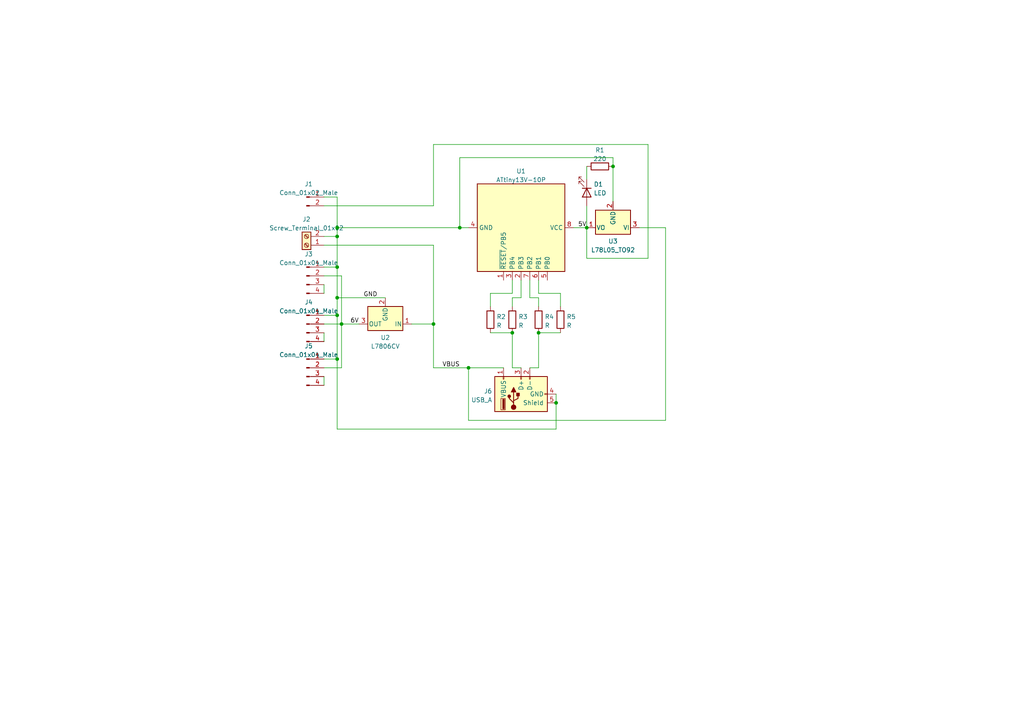
<source format=kicad_sch>
(kicad_sch (version 20211123) (generator eeschema)
  (paper "A4")
  (lib_symbols
    (symbol "Connector:Conn_01x02_Male" (pin_names (offset 1.016) hide)
      (property "Reference" "J" (at 0 2.54 0))
      (property "Value" "Conn_01x02_Male" (at 0 -5.08 0))
      (symbol "Conn_01x02_Male_1_1"
        (polyline (pts (xy 1.27 -2.54) (xy 0.8636 -2.54)) (stroke (width 0.1524)))
        (polyline (pts (xy 1.27 0) (xy 0.8636 0)) (stroke (width 0.1524)))
        (rectangle (start 0.8636 -2.413) (end 0 -2.667) (stroke (width 0.1524)) (fill (type outline)))
        (rectangle (start 0.8636 0.127) (end 0 -0.127) (stroke (width 0.1524)) (fill (type outline)))
        (pin passive line (at 5.08 0 180) (length 3.81) (name "Pin_1") (number "1"))
        (pin passive line (at 5.08 -2.54 180) (length 3.81) (name "Pin_2") (number "2"))
      )
    )
    (symbol "Connector:Conn_01x04_Male" (pin_names (offset 1.016) hide)
      (property "Reference" "J" (at 0 5.08 0))
      (property "Value" "Conn_01x04_Male" (at 0 -7.62 0))
      (symbol "Conn_01x04_Male_1_1"
        (polyline (pts (xy 1.27 -5.08) (xy 0.8636 -5.08)) (stroke (width 0.1524)))
        (polyline (pts (xy 1.27 -2.54) (xy 0.8636 -2.54)) (stroke (width 0.1524)))
        (polyline (pts (xy 1.27 0) (xy 0.8636 0)) (stroke (width 0.1524)))
        (polyline (pts (xy 1.27 2.54) (xy 0.8636 2.54)) (stroke (width 0.1524)))
        (rectangle (start 0.8636 -4.953) (end 0 -5.207) (stroke (width 0.1524)) (fill (type outline)))
        (rectangle (start 0.8636 -2.413) (end 0 -2.667) (stroke (width 0.1524)) (fill (type outline)))
        (rectangle (start 0.8636 0.127) (end 0 -0.127) (stroke (width 0.1524)) (fill (type outline)))
        (rectangle (start 0.8636 2.667) (end 0 2.413) (stroke (width 0.1524)) (fill (type outline)))
        (pin passive line (at 5.08 2.54 180) (length 3.81) (name "Pin_1") (number "1"))
        (pin passive line (at 5.08 0 180) (length 3.81) (name "Pin_2") (number "2"))
        (pin passive line (at 5.08 -2.54 180) (length 3.81) (name "Pin_3") (number "3"))
        (pin passive line (at 5.08 -5.08 180) (length 3.81) (name "Pin_4") (number "4"))
      )
    )
    (symbol "Connector:Screw_Terminal_01x02" (pin_names (offset 1.016) hide)
      (property "Reference" "J" (at 0 2.54 0))
      (property "Value" "Screw_Terminal_01x02" (at 0 -5.08 0))
      (symbol "Screw_Terminal_01x02_1_1"
        (rectangle (start -1.27 1.27) (end 1.27 -3.81) (stroke (width 0.254)) (fill (type background)))
        (circle (center 0 -2.54) (radius 0.635) (stroke (width 0.1524)))
        (polyline (pts (xy -0.5334 -2.2098) (xy 0.3302 -3.048)) (stroke (width 0.1524)))
        (polyline (pts (xy -0.5334 0.3302) (xy 0.3302 -0.508)) (stroke (width 0.1524)))
        (polyline (pts (xy -0.3556 -2.032) (xy 0.508 -2.8702)) (stroke (width 0.1524)))
        (polyline (pts (xy -0.3556 0.508) (xy 0.508 -0.3302)) (stroke (width 0.1524)))
        (circle (center 0 0) (radius 0.635) (stroke (width 0.1524)))
        (pin passive line (at -5.08 0 0) (length 3.81) (name "Pin_1") (number "1"))
        (pin passive line (at -5.08 -2.54 0) (length 3.81) (name "Pin_2") (number "2"))
      )
    )
    (symbol "Connector:USB_A" (pin_names (offset 1.016))
      (property "Reference" "J" (at -5.08 11.43 0))
      (property "Value" "USB_A" (at -5.08 8.89 0))
      (symbol "USB_A_0_1"
        (rectangle (start -5.08 -7.62) (end 5.08 7.62) (stroke (width 0.254)) (fill (type background)))
        (circle (center -3.81 2.159) (radius 0.635) (stroke (width 0.254)) (fill (type outline)))
        (rectangle (start -1.524 4.826) (end -4.318 5.334) (fill (type outline)))
        (rectangle (start -1.27 4.572) (end -4.572 5.842))
        (circle (center -0.635 3.429) (radius 0.381) (stroke (width 0.254)) (fill (type outline)))
        (rectangle (start -0.127 -7.62) (end 0.127 -6.858))
        (polyline (pts (xy -3.175 2.159) (xy -2.54 2.159) (xy -1.27 3.429) (xy -0.635 3.429)) (stroke (width 0.254)))
        (polyline (pts (xy -2.54 2.159) (xy -1.905 2.159) (xy -1.27 0.889) (xy 0 0.889)) (stroke (width 0.254)))
        (polyline (pts (xy 0.635 2.794) (xy 0.635 1.524) (xy 1.905 2.159) (xy 0.635 2.794)) (stroke (width 0.254)) (fill (type outline)))
        (rectangle (start 0.254 1.27) (end -0.508 0.508) (stroke (width 0.254)) (fill (type outline)))
        (rectangle (start 5.08 -2.667) (end 4.318 -2.413))
        (rectangle (start 5.08 -0.127) (end 4.318 0.127))
        (rectangle (start 5.08 4.953) (end 4.318 5.207))
      )
      (symbol "USB_A_1_1"
        (polyline (pts (xy -1.905 2.159) (xy 0.635 2.159)) (stroke (width 0.254)))
        (pin power_in line (at 7.62 5.08 180) (length 2.54) (name "VBUS") (number "1"))
        (pin bidirectional line (at 7.62 -2.54 180) (length 2.54) (name "D-") (number "2"))
        (pin bidirectional line (at 7.62 0 180) (length 2.54) (name "D+") (number "3"))
        (pin power_in line (at 0 -10.16 90) (length 2.54) (name "GND") (number "4"))
        (pin passive line (at -2.54 -10.16 90) (length 2.54) (name "Shield") (number "5"))
      )
    )
    (symbol "Device:LED" (pin_numbers hide) (pin_names (offset 1.016) hide)
      (property "Reference" "D" (at 0 2.54 0))
      (property "Value" "LED" (at 0 -2.54 0))
      (symbol "LED_0_1"
        (polyline (pts (xy -1.27 -1.27) (xy -1.27 1.27)) (stroke (width 0.254)))
        (polyline (pts (xy -1.27 0) (xy 1.27 0)))
        (polyline (pts (xy 1.27 -1.27) (xy 1.27 1.27) (xy -1.27 0) (xy 1.27 -1.27)) (stroke (width 0.254)))
        (polyline (pts (xy -3.048 -0.762) (xy -4.572 -2.286) (xy -3.81 -2.286) (xy -4.572 -2.286) (xy -4.572 -1.524)))
        (polyline (pts (xy -1.778 -0.762) (xy -3.302 -2.286) (xy -2.54 -2.286) (xy -3.302 -2.286) (xy -3.302 -1.524)))
      )
      (symbol "LED_1_1"
        (pin passive line (at -3.81 0 0) (length 2.54) (name "K") (number "1"))
        (pin passive line (at 3.81 0 180) (length 2.54) (name "A") (number "2"))
      )
    )
    (symbol "Device:R" (pin_numbers hide) (pin_names (offset 0))
      (property "Reference" "R" (at 2.032 0 90))
      (property "Value" "R" (at 0 0 90))
      (symbol "R_0_1"
        (rectangle (start -1.016 -2.54) (end 1.016 2.54) (stroke (width 0.254)))
      )
      (symbol "R_1_1"
        (pin passive line (at 0 3.81 270) (length 1.27) (name "~") (number "1"))
        (pin passive line (at 0 -3.81 90) (length 1.27) (name "~") (number "2"))
      )
    )
    (symbol "MCU_Microchip_ATtiny:ATtiny13V-10P"
      (property "Reference" "U" (at -12.7 13.97 0))
      (property "Value" "ATtiny13V-10P" (at 2.54 -13.97 0))
      (symbol "ATtiny13V-10P_0_1"
        (rectangle (start -12.7 -12.7) (end 12.7 12.7) (stroke (width 0.254)) (fill (type background)))
      )
      (symbol "ATtiny13V-10P_1_1"
        (pin bidirectional line (at 15.24 -5.08 180) (length 2.54) (name "~{RESET}/PB5") (number "1"))
        (pin bidirectional line (at 15.24 0 180) (length 2.54) (name "PB3") (number "2"))
        (pin bidirectional line (at 15.24 -2.54 180) (length 2.54) (name "PB4") (number "3"))
        (pin power_in line (at 0 -15.24 90) (length 2.54) (name "GND") (number "4"))
        (pin bidirectional line (at 15.24 7.62 180) (length 2.54) (name "PB0") (number "5"))
        (pin bidirectional line (at 15.24 5.08 180) (length 2.54) (name "PB1") (number "6"))
        (pin bidirectional line (at 15.24 2.54 180) (length 2.54) (name "PB2") (number "7"))
        (pin power_in line (at 0 15.24 270) (length 2.54) (name "VCC") (number "8"))
      )
    )
    (symbol "Regulator_Linear:L7806" (pin_names (offset 0.254))
      (property "Reference" "U" (at -3.81 3.175 0))
      (property "Value" "L7806" (at 0 3.175 0))
      (symbol "L7806_0_1"
        (rectangle (start -5.08 1.905) (end 5.08 -5.08) (stroke (width 0.254)) (fill (type background)))
      )
      (symbol "L7806_1_1"
        (pin power_in line (at -7.62 0 0) (length 2.54) (name "IN") (number "1"))
        (pin power_in line (at 0 -7.62 90) (length 2.54) (name "GND") (number "2"))
        (pin power_out line (at 7.62 0 180) (length 2.54) (name "OUT") (number "3"))
      )
    )
    (symbol "Regulator_Linear:L78L05_TO92" (pin_names (offset 0.254))
      (property "Reference" "U" (at -3.81 3.175 0))
      (property "Value" "L78L05_TO92" (at 0 3.175 0))
      (symbol "L78L05_TO92_0_1"
        (rectangle (start -5.08 -5.08) (end 5.08 1.905) (stroke (width 0.254)) (fill (type background)))
      )
      (symbol "L78L05_TO92_1_1"
        (pin power_out line (at 7.62 0 180) (length 2.54) (name "VO") (number "1"))
        (pin power_in line (at 0 -7.62 90) (length 2.54) (name "GND") (number "2"))
        (pin power_in line (at -7.62 0 0) (length 2.54) (name "VI") (number "3"))
      )
    )
  )
  (junction (at 97.79 66.04))
  (junction (at 99.06 93.98))
  (junction (at 97.79 86.36))
  (junction (at 135.89 106.68))
  (junction (at 148.59 96.52))
  (junction (at 133.35 66.04))
  (junction (at 170.18 66.04))
  (junction (at 97.79 68.58))
  (junction (at 161.29 116.84))
  (junction (at 97.79 91.44))
  (junction (at 177.8 48.26))
  (junction (at 125.73 93.98))
  (junction (at 97.79 77.47))
  (junction (at 97.79 104.14))
  (junction (at 156.21 96.52))
  (wire (pts (xy 97.79 124.46) (xy 161.29 124.46)))
  (wire (pts (xy 146.05 106.68) (xy 135.89 106.68)))
  (wire (pts (xy 156.21 86.36) (xy 156.21 88.9)))
  (wire (pts (xy 193.04 66.04) (xy 185.42 66.04)))
  (wire (pts (xy 99.06 80.01) (xy 99.06 93.98)))
  (wire (pts (xy 99.06 93.98) (xy 93.98 93.98)))
  (wire (pts (xy 187.96 41.91) (xy 125.73 41.91)))
  (wire (pts (xy 156.21 81.28) (xy 156.21 85.09)))
  (wire (pts (xy 151.13 106.68) (xy 148.59 106.68)))
  (wire (pts (xy 148.59 106.68) (xy 148.59 96.52)))
  (wire (pts (xy 97.79 66.04) (xy 97.79 68.58)))
  (wire (pts (xy 148.59 85.09) (xy 142.24 85.09)))
  (wire (pts (xy 125.73 106.68) (xy 125.73 93.98)))
  (wire (pts (xy 135.89 106.68) (xy 135.89 121.92)))
  (wire (pts (xy 93.98 68.58) (xy 97.79 68.58)))
  (wire (pts (xy 93.98 59.69) (xy 125.73 59.69)))
  (wire (pts (xy 170.18 48.26) (xy 170.18 52.07)))
  (wire (pts (xy 148.59 81.28) (xy 148.59 85.09)))
  (wire (pts (xy 93.98 96.52) (xy 93.98 99.06)))
  (wire (pts (xy 93.98 82.55) (xy 93.98 85.09)))
  (wire (pts (xy 93.98 91.44) (xy 97.79 91.44)))
  (wire (pts (xy 97.79 57.15) (xy 93.98 57.15)))
  (wire (pts (xy 156.21 85.09) (xy 162.56 85.09)))
  (wire (pts (xy 97.79 104.14) (xy 93.98 104.14)))
  (wire (pts (xy 99.06 93.98) (xy 104.14 93.98)))
  (wire (pts (xy 162.56 85.09) (xy 162.56 88.9)))
  (wire (pts (xy 151.13 81.28) (xy 151.13 86.36)))
  (wire (pts (xy 93.98 77.47) (xy 97.79 77.47)))
  (wire (pts (xy 153.67 106.68) (xy 156.21 106.68)))
  (wire (pts (xy 97.79 66.04) (xy 133.35 66.04)))
  (wire (pts (xy 125.73 71.12) (xy 125.73 93.98)))
  (wire (pts (xy 161.29 114.3) (xy 161.29 116.84)))
  (wire (pts (xy 133.35 66.04) (xy 135.89 66.04)))
  (wire (pts (xy 97.79 86.36) (xy 97.79 91.44)))
  (wire (pts (xy 93.98 106.68) (xy 99.06 106.68)))
  (wire (pts (xy 125.73 41.91) (xy 125.73 59.69)))
  (wire (pts (xy 97.79 104.14) (xy 97.79 124.46)))
  (wire (pts (xy 133.35 45.72) (xy 177.8 45.72)))
  (wire (pts (xy 170.18 59.69) (xy 170.18 66.04)))
  (wire (pts (xy 119.38 93.98) (xy 125.73 93.98)))
  (wire (pts (xy 161.29 116.84) (xy 161.29 124.46)))
  (wire (pts (xy 93.98 109.22) (xy 93.98 111.76)))
  (wire (pts (xy 97.79 86.36) (xy 111.76 86.36)))
  (wire (pts (xy 153.67 86.36) (xy 156.21 86.36)))
  (wire (pts (xy 99.06 106.68) (xy 99.06 93.98)))
  (wire (pts (xy 187.96 74.93) (xy 187.96 41.91)))
  (wire (pts (xy 97.79 91.44) (xy 97.79 104.14)))
  (wire (pts (xy 170.18 66.04) (xy 170.18 74.93)))
  (wire (pts (xy 97.79 77.47) (xy 97.79 86.36)))
  (wire (pts (xy 97.79 68.58) (xy 97.79 77.47)))
  (wire (pts (xy 135.89 106.68) (xy 125.73 106.68)))
  (wire (pts (xy 135.89 121.92) (xy 193.04 121.92)))
  (wire (pts (xy 153.67 81.28) (xy 153.67 86.36)))
  (wire (pts (xy 125.73 71.12) (xy 93.98 71.12)))
  (wire (pts (xy 156.21 106.68) (xy 156.21 96.52)))
  (wire (pts (xy 93.98 80.01) (xy 99.06 80.01)))
  (wire (pts (xy 151.13 86.36) (xy 148.59 86.36)))
  (wire (pts (xy 148.59 86.36) (xy 148.59 88.9)))
  (wire (pts (xy 142.24 85.09) (xy 142.24 88.9)))
  (wire (pts (xy 133.35 45.72) (xy 133.35 66.04)))
  (wire (pts (xy 177.8 45.72) (xy 177.8 48.26)))
  (wire (pts (xy 170.18 74.93) (xy 187.96 74.93)))
  (wire (pts (xy 177.8 48.26) (xy 177.8 58.42)))
  (wire (pts (xy 97.79 57.15) (xy 97.79 66.04)))
  (wire (pts (xy 156.21 96.52) (xy 162.56 96.52)))
  (wire (pts (xy 166.37 66.04) (xy 170.18 66.04)))
  (wire (pts (xy 193.04 121.92) (xy 193.04 66.04)))
  (wire (pts (xy 142.24 96.52) (xy 148.59 96.52)))
  (label "6V" (at 101.6 93.98 0))
  (label "5V" (at 167.64 66.04 0))
  (label "GND" (at 105.41 86.36 0))
  (label "VBUS" (at 128.27 106.68 0))
  (symbol (lib_id "MCU_Microchip_ATtiny:ATtiny13V-10P") (at 151.13 66.04 270) (unit 1)
    (property "Reference" "U1" (at 151.13 49.6402 90))
    (property "Value" "ATtiny13V-10P" (at 151.13 52.1771 90))
    (property "Footprint" "Package_DIP:DIP-8_W7.62mm" (effects hide))
    (property "Datasheet" "http://ww1.microchip.com/downloads/en/DeviceDoc/doc2535.pdf" (effects hide))
  )
  (symbol (lib_id "Device:R") (at 162.56 92.71 0) (unit 1)
    (property "Reference" "R5" (at 164.338 91.8753 0) (effects (justify left)))
    (property "Value" "R" (at 164.338 94.4122 0) (effects (justify left)))
    (property "Footprint" "Resistor_THT:R_Axial_DIN0207_L6.3mm_D2.5mm_P7.62mm_Horizontal" (effects hide))
  )
  (symbol (lib_id "Connector:Conn_01x04_Male") (at 88.9 93.98 0) (unit 1)
    (property "Reference" "J4" (at 89.535 87.664 0))
    (property "Value" "Conn_01x04_Male" (at 89.535 90.2009 0))
    (property "Footprint" "Connector_PinHeader_2.54mm:PinHeader_1x04_P2.54mm_Vertical" (effects hide))
  )
  (symbol (lib_id "Device:R") (at 173.99 48.26 90) (unit 1)
    (property "Reference" "R1" (at 173.99 43.5442 90))
    (property "Value" "220" (at 173.99 46.0811 90))
    (property "Footprint" "Resistor_THT:R_Axial_DIN0207_L6.3mm_D2.5mm_P7.62mm_Horizontal" (effects hide))
  )
  (symbol (lib_id "Connector:USB_A") (at 151.13 114.3 90) (unit 1)
    (property "Reference" "J6" (at 142.748 113.4653 90) (effects (justify left)))
    (property "Value" "USB_A" (at 142.748 116.0022 90) (effects (justify left)))
    (property "Footprint" "Connector_USB:USB_A_CNCTech_1001-011-01101_Horizontal" (effects hide))
    (property "Datasheet" " ~" (effects hide))
  )
  (symbol (lib_id "Regulator_Linear:L7806") (at 111.76 93.98 180) (unit 1)
    (property "Reference" "U2" (at 111.76 97.9154 0))
    (property "Value" "L7806CV" (at 111.76 100.4523 0))
    (property "Footprint" "Package_TO_SOT_THT:TO-220-3_Horizontal_TabDown" (effects hide))
    (property "Datasheet" "http://www.st.com/content/ccc/resource/technical/document/datasheet/41/4f/b3/b0/12/d4/47/88/CD00000444.pdf/files/CD00000444.pdf/jcr:content/translations/en.CD00000444.pdf" (effects hide))
  )
  (symbol (lib_id "Connector:Conn_01x02_Male") (at 88.9 57.15 0) (unit 1)
    (property "Reference" "J1" (at 89.535 53.374 0))
    (property "Value" "Conn_01x02_Male" (at 89.535 55.9109 0))
    (property "Footprint" "Connector_PinHeader_2.54mm:PinHeader_1x02_P2.54mm_Vertical" (effects hide))
  )
  (symbol (lib_id "Device:R") (at 148.59 92.71 0) (unit 1)
    (property "Reference" "R3" (at 150.368 91.8753 0) (effects (justify left)))
    (property "Value" "R" (at 150.368 94.4122 0) (effects (justify left)))
    (property "Footprint" "Resistor_THT:R_Axial_DIN0207_L6.3mm_D2.5mm_P7.62mm_Horizontal" (effects hide))
  )
  (symbol (lib_id "Regulator_Linear:L78L05_TO92") (at 177.8 66.04 180) (unit 1)
    (property "Reference" "U3" (at 177.8 69.9754 0))
    (property "Value" "L78L05_TO92" (at 177.8 72.5123 0))
    (property "Footprint" "Package_TO_SOT_THT:TO-220-3_Horizontal_TabDown" (effects hide))
    (property "Datasheet" "http://www.st.com/content/ccc/resource/technical/document/datasheet/15/55/e5/aa/23/5b/43/fd/CD00000446.pdf/files/CD00000446.pdf/jcr:content/translations/en.CD00000446.pdf" (effects hide))
  )
  (symbol (lib_id "Connector:Conn_01x04_Male") (at 88.9 106.68 0) (unit 1)
    (property "Reference" "J5" (at 89.535 100.364 0))
    (property "Value" "Conn_01x04_Male" (at 89.535 102.9009 0))
    (property "Footprint" "Connector_PinHeader_2.54mm:PinHeader_1x04_P2.54mm_Vertical" (effects hide))
  )
  (symbol (lib_id "Device:LED") (at 170.18 55.88 270) (unit 1)
    (property "Reference" "D1" (at 172.212 53.4578 90) (effects (justify left)))
    (property "Value" "LED" (at 172.212 55.9947 90) (effects (justify left)))
    (property "Footprint" "LED_THT:LED_D3.0mm" (effects hide))
  )
  (symbol (lib_id "Connector:Screw_Terminal_01x02") (at 88.9 71.12 180) (unit 1)
    (property "Reference" "J2" (at 88.9 63.6102 0))
    (property "Value" "Screw_Terminal_01x02" (at 88.9 66.1471 0))
    (property "Footprint" "TerminalBlock:TerminalBlock_bornier-2_P5.08mm" (effects hide))
  )
  (symbol (lib_id "Connector:Conn_01x04_Male") (at 88.9 80.01 0) (unit 1)
    (property "Reference" "J3" (at 89.535 73.694 0))
    (property "Value" "Conn_01x04_Male" (at 89.535 76.2309 0))
    (property "Footprint" "Connector_PinHeader_2.54mm:PinHeader_1x04_P2.54mm_Vertical" (effects hide))
  )
  (symbol (lib_id "Device:R") (at 142.24 92.71 0) (unit 1)
    (property "Reference" "R2" (at 144.018 91.8753 0) (effects (justify left)))
    (property "Value" "R" (at 144.018 94.4122 0) (effects (justify left)))
    (property "Footprint" "Resistor_THT:R_Axial_DIN0207_L6.3mm_D2.5mm_P7.62mm_Horizontal" (effects hide))
  )
  (symbol (lib_id "Device:R") (at 156.21 92.71 0) (unit 1)
    (property "Reference" "R4" (at 157.988 91.8753 0) (effects (justify left)))
    (property "Value" "R" (at 157.988 94.4122 0) (effects (justify left)))
    (property "Footprint" "Resistor_THT:R_Axial_DIN0207_L6.3mm_D2.5mm_P7.62mm_Horizontal" (effects hide))
  )
)
</source>
